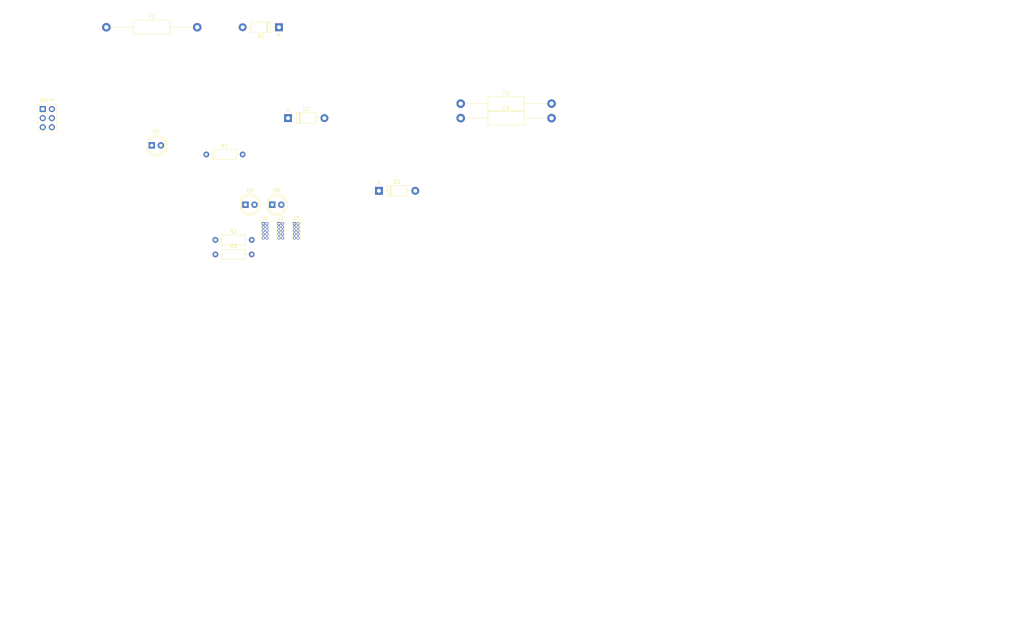
<source format=kicad_pcb>
(kicad_pcb (version 20221018) (generator pcbnew)
  (layers (0 "F.Cu" signal) (31 "B.Cu" signal) (34 "B.Paste" user) (35 "F.Paste" user) (36 "B.SilkS" user "B.Silkscreen") (37 "F.SilkS" user "F.Silkscreen") (38 "B.Mask" user) (39 "F.Mask" user) (44 "Edge.Cuts" user))
  (net 0 "")
  (net 1 "Net-(D1-K)")
  (net 2 "Net-(D1-A)")
  (net 3 "Net-(D2-K)")
  (net 4 "Net-(D2-A)")
  (net 5 "Net-(D3-K)")
  (net 6 "Net-(D3-A)")
  (net 7 "+24V")
  (net 8 "+12V")
  (net 9 "+5V")
  (net 10 "Net-(D4-K)")
  (net 11 "Net-(D5-K)")
  (net 12 "Net-(D6-K)")
  (net 13 "GND")
  (footprint "Resistor_THT:R_Axial_DIN0207_L6.3mm_D2.5mm_P10.16mm_Horizontal" (layer "F.Cu") (at -251.46 71.12)
    (fp_text reference "R3" (at 5.08 -2.37) (layer "F.SilkS"))
    (fp_text value "100")
    (fp_line (start 1.04 0) (end 1.81 0) (stroke (width 0.12)) (layer "F.SilkS"))
    (fp_line (start 1.81 -1.37) (end 1.81 1.37) (stroke (width 0.12)) (layer "F.SilkS"))
    (fp_line (start 1.81 1.37) (end 8.35 1.37) (stroke (width 0.12)) (layer "F.SilkS"))
    (fp_line (start 8.35 -1.37) (end 1.81 -1.37) (stroke (width 0.12)) (layer "F.SilkS"))
    (fp_line (start 8.35 1.37) (end 8.35 -1.37) (stroke (width 0.12)) (layer "F.SilkS"))
    (fp_line (start 9.12 0) (end 8.35 0) (stroke (width 0.12)) (layer "F.SilkS"))
    (pad "1" thru_hole circle (at 0 0) (size 1.6 1.6) (drill 0.8) (layers "*.Cu" "*.Mask") (net 12 "Net-(D6-K)"))
    (pad "2" thru_hole oval (at 10.16 0) (size 1.6 1.6) (drill 0.8) (layers "*.Cu" "*.Mask") (net 13 "GND"))
  )
  (footprint "Resistor_THT:R_Axial_DIN0411_L9.9mm_D3.6mm_P25.40mm_Horizontal" (layer "F.Cu") (at -182.88 28.97)
    (fp_text reference "F2" (at 12.7 -2.92) (layer "F.SilkS"))
    (fp_text value "500 mA")
    (fp_line (start 1.44 0) (end 7.63 0) (stroke (width 0.12)) (layer "F.SilkS"))
    (fp_line (start 7.63 -1.92) (end 7.63 1.92) (stroke (width 0.12)) (layer "F.SilkS"))
    (fp_line (start 7.63 1.92) (end 17.77 1.92) (stroke (width 0.12)) (layer "F.SilkS"))
    (fp_line (start 17.77 -1.92) (end 7.63 -1.92) (stroke (width 0.12)) (layer "F.SilkS"))
    (fp_line (start 17.77 1.92) (end 17.77 -1.92) (stroke (width 0.12)) (layer "F.SilkS"))
    (fp_line (start 23.96 0) (end 17.77 0) (stroke (width 0.12)) (layer "F.SilkS"))
    (pad "1" thru_hole circle (at 0 0) (size 2.4 2.4) (drill 1.2) (layers "*.Cu" "*.Mask") (net 8 "+12V"))
    (pad "2" thru_hole oval (at 25.4 0) (size 2.4 2.4) (drill 1.2) (layers "*.Cu" "*.Mask") (net 4 "Net-(D2-A)"))
  )
  (footprint "Resistor_THT:R_Axial_DIN0411_L9.9mm_D3.6mm_P25.40mm_Horizontal" (layer "F.Cu") (at -182.88 33.02)
    (fp_text reference "F3" (at 12.7 -2.92) (layer "F.SilkS"))
    (fp_text value "500 mA")
    (fp_line (start 1.44 0) (end 7.63 0) (stroke (width 0.12)) (layer "F.SilkS"))
    (fp_line (start 7.63 -1.92) (end 7.63 1.92) (stroke (width 0.12)) (layer "F.SilkS"))
    (fp_line (start 7.63 1.92) (end 17.77 1.92) (stroke (width 0.12)) (layer "F.SilkS"))
    (fp_line (start 17.77 -1.92) (end 7.63 -1.92) (stroke (width 0.12)) (layer "F.SilkS"))
    (fp_line (start 17.77 1.92) (end 17.77 -1.92) (stroke (width 0.12)) (layer "F.SilkS"))
    (fp_line (start 23.96 0) (end 17.77 0) (stroke (width 0.12)) (layer "F.SilkS"))
    (pad "1" thru_hole circle (at 0 0) (size 2.4 2.4) (drill 1.2) (layers "*.Cu" "*.Mask") (net 9 "+5V"))
    (pad "2" thru_hole oval (at 25.4 0) (size 2.4 2.4) (drill 1.2) (layers "*.Cu" "*.Mask") (net 6 "Net-(D3-A)"))
  )
  (footprint "LED_THT:LED_D5.0mm" (layer "F.Cu") (at -243.06 57.22)
    (fp_text reference "D5" (at 1.27 -3.96) (layer "F.SilkS"))
    (fp_text value "LED")
    (fp_line (start -1.29 -1.545) (end -1.29 1.545) (stroke (width 0.12)) (layer "F.SilkS"))
    (fp_arc (start -1.29 -1.54483) (mid 2.072002 -2.880433) (end 4.26 0.000462) (stroke (width 0.12)) (layer "F.SilkS"))
    (fp_arc (start 4.26 -0.000462) (mid 2.072002 2.880433) (end -1.29 1.54483) (stroke (width 0.12)) (layer "F.SilkS"))
    (fp_circle (center 1.27 0) (end 3.77 0) (stroke (width 0.12)) (fill none) (layer "F.SilkS"))
    (pad "1" thru_hole rect (at 0 0) (size 1.8 1.8) (drill 0.9) (layers "*.Cu" "*.Mask") (net 11 "Net-(D5-K)"))
    (pad "2" thru_hole circle (at 2.54 0) (size 1.8 1.8) (drill 0.9) (layers "*.Cu" "*.Mask") (net 3 "Net-(D2-K)"))
  )
  (footprint "Resistor_THT:R_Axial_DIN0207_L6.3mm_D2.5mm_P10.16mm_Horizontal" (layer "F.Cu") (at -251.46 67.07)
    (fp_text reference "R2" (at 5.08 -2.37) (layer "F.SilkS"))
    (fp_text value "450")
    (fp_line (start 1.04 0) (end 1.81 0) (stroke (width 0.12)) (layer "F.SilkS"))
    (fp_line (start 1.81 -1.37) (end 1.81 1.37) (stroke (width 0.12)) (layer "F.SilkS"))
    (fp_line (start 1.81 1.37) (end 8.35 1.37) (stroke (width 0.12)) (layer "F.SilkS"))
    (fp_line (start 8.35 -1.37) (end 1.81 -1.37) (stroke (width 0.12)) (layer "F.SilkS"))
    (fp_line (start 8.35 1.37) (end 8.35 -1.37) (stroke (width 0.12)) (layer "F.SilkS"))
    (fp_line (start 9.12 0) (end 8.35 0) (stroke (width 0.12)) (layer "F.SilkS"))
    (pad "1" thru_hole circle (at 0 0) (size 1.6 1.6) (drill 0.8) (layers "*.Cu" "*.Mask") (net 11 "Net-(D5-K)"))
    (pad "2" thru_hole oval (at 10.16 0) (size 1.6 1.6) (drill 0.8) (layers "*.Cu" "*.Mask") (net 13 "GND"))
  )
  (footprint "Connector_PinHeader_2.54mm:PinHeader_2x03_P2.54mm_Vertical" (layer "F.Cu") (at -299.72 30.48)
    (fp_text reference "REF**" (at 1.27 -2.33) (layer "F.SilkS"))
    (fp_text value "PinHeader_2x03_P2.54mm_Vertical")
    (fp_line (start -1.33 -1.33) (end 0 -1.33) (stroke (width 0.12)) (layer "F.SilkS"))
    (fp_line (start -1.33 0) (end -1.33 -1.33) (stroke (width 0.12)) (layer "F.SilkS"))
    (fp_line (start -1.33 1.27) (end -1.33 6.41) (stroke (width 0.12)) (layer "F.SilkS"))
    (fp_line (start -1.33 1.27) (end 1.27 1.27) (stroke (width 0.12)) (layer "F.SilkS"))
    (fp_line (start -1.33 6.41) (end 3.87 6.41) (stroke (width 0.12)) (layer "F.SilkS"))
    (fp_line (start 1.27 -1.33) (end 3.87 -1.33) (stroke (width 0.12)) (layer "F.SilkS"))
    (fp_line (start 1.27 1.27) (end 1.27 -1.33) (stroke (width 0.12)) (layer "F.SilkS"))
    (fp_line (start 3.87 -1.33) (end 3.87 6.41) (stroke (width 0.12)) (layer "F.SilkS"))
    (pad "1" thru_hole rect (at 0 0) (size 1.7 1.7) (drill 1) (layers "*.Cu" "*.Mask") (net 13 "GND"))
    (pad "2" thru_hole oval (at 2.54 0) (size 1.7 1.7) (drill 1) (layers "*.Cu" "*.Mask") (net 7 "+24V"))
    (pad "3" thru_hole oval (at 0 2.54) (size 1.7 1.7) (drill 1) (layers "*.Cu" "*.Mask"))
    (pad "4" thru_hole oval (at 2.54 2.54) (size 1.7 1.7) (drill 1) (layers "*.Cu" "*.Mask") (net 8 "+12V"))
    (pad "5" thru_hole oval (at 0 5.08) (size 1.7 1.7) (drill 1) (layers "*.Cu" "*.Mask"))
    (pad "6" thru_hole oval (at 2.54 5.08) (size 1.7 1.7) (drill 1) (layers "*.Cu" "*.Mask") (net 9 "+5V"))
  )
  (footprint "Connector_PinHeader_1.00mm:PinHeader_2x05_P1.00mm_Vertical" (layer "F.Cu") (at -233.7 62.52)
    (fp_text reference "J2" (at 0.5 -1.56) (layer "F.SilkS"))
    (fp_text value "12v Power")
    (fp_line (start -0.71 -0.685) (end 0 -0.685) (stroke (width 0.12)) (layer "F.SilkS"))
    (fp_line (start -0.71 0) (end -0.71 -0.685) (stroke (width 0.12)) (layer "F.SilkS"))
    (fp_line (start -0.71 0.685) (end -0.71 4.56) (stroke (width 0.12)) (layer "F.SilkS"))
    (fp_line (start -0.71 0.685) (end -0.608276 0.685) (stroke (width 0.12)) (layer "F.SilkS"))
    (fp_line (start -0.71 4.56) (end -0.394493 4.56) (stroke (width 0.12)) (layer "F.SilkS"))
    (fp_line (start 0.394493 4.56) (end 0.605507 4.56) (stroke (width 0.12)) (layer "F.SilkS"))
    (fp_line (start 1.394493 -0.56) (end 1.71 -0.56) (stroke (width 0.12)) (layer "F.SilkS"))
    (fp_line (start 1.394493 4.56) (end 1.71 4.56) (stroke (width 0.12)) (layer "F.SilkS"))
    (fp_line (start 1.71 -0.56) (end 1.71 4.56) (stroke (width 0.12)) (layer "F.SilkS"))
    (pad "1" thru_hole rect (at 0 0) (size 0.85 0.85) (drill 0.5) (layers "*.Cu" "*.Mask") (net 3 "Net-(D2-K)"))
    (pad "2" thru_hole oval (at 1 0) (size 0.85 0.85) (drill 0.5) (layers "*.Cu" "*.Mask") (net 3 "Net-(D2-K)"))
    (pad "3" thru_hole oval (at 0 1) (size 0.85 0.85) (drill 0.5) (layers "*.Cu" "*.Mask") (net 3 "Net-(D2-K)"))
    (pad "4" thru_hole oval (at 1 1) (size 0.85 0.85) (drill 0.5) (layers "*.Cu" "*.Mask") (net 3 "Net-(D2-K)"))
    (pad "5" thru_hole oval (at 0 2) (size 0.85 0.85) (drill 0.5) (layers "*.Cu" "*.Mask") (net 3 "Net-(D2-K)"))
    (pad "6" thru_hole oval (at 1 2) (size 0.85 0.85) (drill 0.5) (layers "*.Cu" "*.Mask") (net 13 "GND"))
    (pad "7" thru_hole oval (at 0 3) (size 0.85 0.85) (drill 0.5) (layers "*.Cu" "*.Mask") (net 13 "GND"))
    (pad "8" thru_hole oval (at 1 3) (size 0.85 0.85) (drill 0.5) (layers "*.Cu" "*.Mask") (net 13 "GND"))
    (pad "9" thru_hole oval (at 0 4) (size 0.85 0.85) (drill 0.5) (layers "*.Cu" "*.Mask") (net 13 "GND"))
    (pad "10" thru_hole oval (at 1 4) (size 0.85 0.85) (drill 0.5) (layers "*.Cu" "*.Mask") (net 13 "GND"))
  )
  (footprint "Connector_PinHeader_1.00mm:PinHeader_2x05_P1.00mm_Vertical" (layer "F.Cu") (at -229.35 62.52)
    (fp_text reference "J3" (at 0.5 -1.56) (layer "F.SilkS"))
    (fp_text value "5v Power")
    (fp_line (start -0.71 -0.685) (end 0 -0.685) (stroke (width 0.12)) (layer "F.SilkS"))
    (fp_line (start -0.71 0) (end -0.71 -0.685) (stroke (width 0.12)) (layer "F.SilkS"))
    (fp_line (start -0.71 0.685) (end -0.71 4.56) (stroke (width 0.12)) (layer "F.SilkS"))
    (fp_line (start -0.71 0.685) (end -0.608276 0.685) (stroke (width 0.12)) (layer "F.SilkS"))
    (fp_line (start -0.71 4.56) (end -0.394493 4.56) (stroke (width 0.12)) (layer "F.SilkS"))
    (fp_line (start 0.394493 4.56) (end 0.605507 4.56) (stroke (width 0.12)) (layer "F.SilkS"))
    (fp_line (start 1.394493 -0.56) (end 1.71 -0.56) (stroke (width 0.12)) (layer "F.SilkS"))
    (fp_line (start 1.394493 4.56) (end 1.71 4.56) (stroke (width 0.12)) (layer "F.SilkS"))
    (fp_line (start 1.71 -0.56) (end 1.71 4.56) (stroke (width 0.12)) (layer "F.SilkS"))
    (pad "1" thru_hole rect (at 0 0) (size 0.85 0.85) (drill 0.5) (layers "*.Cu" "*.Mask") (net 5 "Net-(D3-K)"))
    (pad "2" thru_hole oval (at 1 0) (size 0.85 0.85) (drill 0.5) (layers "*.Cu" "*.Mask") (net 5 "Net-(D3-K)"))
    (pad "3" thru_hole oval (at 0 1) (size 0.85 0.85) (drill 0.5) (layers "*.Cu" "*.Mask") (net 5 "Net-(D3-K)"))
    (pad "4" thru_hole oval (at 1 1) (size 0.85 0.85) (drill 0.5) (layers "*.Cu" "*.Mask") (net 5 "Net-(D3-K)"))
    (pad "5" thru_hole oval (at 0 2) (size 0.85 0.85) (drill 0.5) (layers "*.Cu" "*.Mask") (net 5 "Net-(D3-K)"))
    (pad "6" thru_hole oval (at 1 2) (size 0.85 0.85) (drill 0.5) (layers "*.Cu" "*.Mask") (net 13 "GND"))
    (pad "7" thru_hole oval (at 0 3) (size 0.85 0.85) (drill 0.5) (layers "*.Cu" "*.Mask") (net 13 "GND"))
    (pad "8" thru_hole oval (at 1 3) (size 0.85 0.85) (drill 0.5) (layers "*.Cu" "*.Mask") (net 13 "GND"))
    (pad "9" thru_hole oval (at 0 4) (size 0.85 0.85) (drill 0.5) (layers "*.Cu" "*.Mask") (net 13 "GND"))
    (pad "10" thru_hole oval (at 1 4) (size 0.85 0.85) (drill 0.5) (layers "*.Cu" "*.Mask") (net 13 "GND"))
  )
  (footprint "Connector_PinHeader_1.00mm:PinHeader_2x05_P1.00mm_Vertical" (layer "F.Cu") (at -238.05 62.52)
    (fp_text reference "J1" (at 0.5 -1.56) (layer "F.SilkS"))
    (fp_text value "24v Power")
    (fp_line (start -0.71 -0.685) (end 0 -0.685) (stroke (width 0.12)) (layer "F.SilkS"))
    (fp_line (start -0.71 0) (end -0.71 -0.685) (stroke (width 0.12)) (layer "F.SilkS"))
    (fp_line (start -0.71 0.685) (end -0.71 4.56) (stroke (width 0.12)) (layer "F.SilkS"))
    (fp_line (start -0.71 0.685) (end -0.608276 0.685) (stroke (width 0.12)) (layer "F.SilkS"))
    (fp_line (start -0.71 4.56) (end -0.394493 4.56) (stroke (width 0.12)) (layer "F.SilkS"))
    (fp_line (start 0.394493 4.56) (end 0.605507 4.56) (stroke (width 0.12)) (layer "F.SilkS"))
    (fp_line (start 1.394493 -0.56) (end 1.71 -0.56) (stroke (width 0.12)) (layer "F.SilkS"))
    (fp_line (start 1.394493 4.56) (end 1.71 4.56) (stroke (width 0.12)) (layer "F.SilkS"))
    (fp_line (start 1.71 -0.56) (end 1.71 4.56) (stroke (width 0.12)) (layer "F.SilkS"))
    (pad "1" thru_hole rect (at 0 0) (size 0.85 0.85) (drill 0.5) (layers "*.Cu" "*.Mask") (net 1 "Net-(D1-K)"))
    (pad "2" thru_hole oval (at 1 0) (size 0.85 0.85) (drill 0.5) (layers "*.Cu" "*.Mask") (net 1 "Net-(D1-K)"))
    (pad "3" thru_hole oval (at 0 1) (size 0.85 0.85) (drill 0.5) (layers "*.Cu" "*.Mask") (net 1 "Net-(D1-K)"))
    (pad "4" thru_hole oval (at 1 1) (size 0.85 0.85) (drill 0.5) (layers "*.Cu" "*.Mask") (net 1 "Net-(D1-K)"))
    (pad "5" thru_hole oval (at 0 2) (size 0.85 0.85) (drill 0.5) (layers "*.Cu" "*.Mask") (net 1 "Net-(D1-K)"))
    (pad "6" thru_hole oval (at 1 2) (size 0.85 0.85) (drill 0.5) (layers "*.Cu" "*.Mask") (net 13 "GND"))
    (pad "7" thru_hole oval (at 0 3) (size 0.85 0.85) (drill 0.5) (layers "*.Cu" "*.Mask") (net 13 "GND"))
    (pad "8" thru_hole oval (at 1 3) (size 0.85 0.85) (drill 0.5) (layers "*.Cu" "*.Mask") (net 13 "GND"))
    (pad "9" thru_hole oval (at 0 4) (size 0.85 0.85) (drill 0.5) (layers "*.Cu" "*.Mask") (net 13 "GND"))
    (pad "10" thru_hole oval (at 1 4) (size 0.85 0.85) (drill 0.5) (layers "*.Cu" "*.Mask") (net 13 "GND"))
  )
  (footprint "Diode_THT:D_DO-41_SOD81_P10.16mm_Horizontal" (layer "F.Cu") (at -231.14 33.02)
    (fp_text reference "D2" (at 5.08 -2.47) (layer "F.SilkS"))
    (fp_text value "1N4007")
    (fp_text user "K" (at 0 -2.1) (layer "F.SilkS"))
    (fp_line (start 1.34 0) (end 2.36 0) (stroke (width 0.12)) (layer "F.SilkS"))
    (fp_line (start 2.36 -1.47) (end 2.36 1.47) (stroke (width 0.12)) (layer "F.SilkS"))
    (fp_line (start 2.36 1.47) (end 7.8 1.47) (stroke (width 0.12)) (layer "F.SilkS"))
    (fp_line (start 3.14 -1.47) (end 3.14 1.47) (stroke (width 0.12)) (layer "F.SilkS"))
    (fp_line (start 3.26 -1.47) (end 3.26 1.47) (stroke (width 0.12)) (layer "F.SilkS"))
    (fp_line (start 3.38 -1.47) (end 3.38 1.47) (stroke (width 0.12)) (layer "F.SilkS"))
    (fp_line (start 7.8 -1.47) (end 2.36 -1.47) (stroke (width 0.12)) (layer "F.SilkS"))
    (fp_line (start 7.8 1.47) (end 7.8 -1.47) (stroke (width 0.12)) (layer "F.SilkS"))
    (fp_line (start 8.82 0) (end 7.8 0) (stroke (width 0.12)) (layer "F.SilkS"))
    (pad "1" thru_hole rect (at 0 0) (size 2.2 2.2) (drill 1.1) (layers "*.Cu" "*.Mask") (net 3 "Net-(D2-K)"))
    (pad "2" thru_hole oval (at 10.16 0) (size 2.2 2.2) (drill 1.1) (layers "*.Cu" "*.Mask") (net 4 "Net-(D2-A)"))
  )
  (footprint "Resistor_THT:R_Axial_DIN0411_L9.9mm_D3.6mm_P25.40mm_Horizontal" (layer "F.Cu") (at -281.94 7.62)
    (fp_text reference "F1" (at 12.7 -2.92) (layer "F.SilkS"))
    (fp_text value "500 mA")
    (fp_line (start 1.44 0) (end 7.63 0) (stroke (width 0.12)) (layer "F.SilkS"))
    (fp_line (start 7.63 -1.92) (end 7.63 1.92) (stroke (width 0.12)) (layer "F.SilkS"))
    (fp_line (start 7.63 1.92) (end 17.77 1.92) (stroke (width 0.12)) (layer "F.SilkS"))
    (fp_line (start 17.77 -1.92) (end 7.63 -1.92) (stroke (width 0.12)) (layer "F.SilkS"))
    (fp_line (start 17.77 1.92) (end 17.77 -1.92) (stroke (width 0.12)) (layer "F.SilkS"))
    (fp_line (start 23.96 0) (end 17.77 0) (stroke (width 0.12)) (layer "F.SilkS"))
    (pad "1" thru_hole circle (at 0 0) (size 2.4 2.4) (drill 1.2) (layers "*.Cu" "*.Mask") (net 7 "+24V"))
    (pad "2" thru_hole oval (at 25.4 0) (size 2.4 2.4) (drill 1.2) (layers "*.Cu" "*.Mask") (net 2 "Net-(D1-A)"))
  )
  (footprint "Diode_THT:D_DO-41_SOD81_P10.16mm_Horizontal" (layer "F.Cu") (at -205.74 53.34)
    (fp_text reference "D3" (at 5.08 -2.47) (layer "F.SilkS"))
    (fp_text value "1N4007")
    (fp_text user "K" (at 0 -2.1) (layer "F.SilkS"))
    (fp_line (start 1.34 0) (end 2.36 0) (stroke (width 0.12)) (layer "F.SilkS"))
    (fp_line (start 2.36 -1.47) (end 2.36 1.47) (stroke (width 0.12)) (layer "F.SilkS"))
    (fp_line (start 2.36 1.47) (end 7.8 1.47) (stroke (width 0.12)) (layer "F.SilkS"))
    (fp_line (start 3.14 -1.47) (end 3.14 1.47) (stroke (width 0.12)) (layer "F.SilkS"))
    (fp_line (start 3.26 -1.47) (end 3.26 1.47) (stroke (width 0.12)) (layer "F.SilkS"))
    (fp_line (start 3.38 -1.47) (end 3.38 1.47) (stroke (width 0.12)) (layer "F.SilkS"))
    (fp_line (start 7.8 -1.47) (end 2.36 -1.47) (stroke (width 0.12)) (layer "F.SilkS"))
    (fp_line (start 7.8 1.47) (end 7.8 -1.47) (stroke (width 0.12)) (layer "F.SilkS"))
    (fp_line (start 8.82 0) (end 7.8 0) (stroke (width 0.12)) (layer "F.SilkS"))
    (pad "1" thru_hole rect (at 0 0) (size 2.2 2.2) (drill 1.1) (layers "*.Cu" "*.Mask") (net 5 "Net-(D3-K)"))
    (pad "2" thru_hole oval (at 10.16 0) (size 2.2 2.2) (drill 1.1) (layers "*.Cu" "*.Mask") (net 6 "Net-(D3-A)"))
  )
  (footprint "Diode_THT:D_DO-41_SOD81_P10.16mm_Horizontal" (layer "F.Cu") (at -233.68 7.62 180)
    (fp_text reference "D1" (at 5.08 -2.47) (layer "F.SilkS"))
    (fp_text value "1N4007")
    (fp_text user "K" (at 0 -2.1) (layer "F.SilkS"))
    (fp_line (start 1.34 0) (end 2.36 0) (stroke (width 0.12)) (layer "F.SilkS"))
    (fp_line (start 2.36 -1.47) (end 2.36 1.47) (stroke (width 0.12)) (layer "F.SilkS"))
    (fp_line (start 2.36 1.47) (end 7.8 1.47) (stroke (width 0.12)) (layer "F.SilkS"))
    (fp_line (start 3.14 -1.47) (end 3.14 1.47) (stroke (width 0.12)) (layer "F.SilkS"))
    (fp_line (start 3.26 -1.47) (end 3.26 1.47) (stroke (width 0.12)) (layer "F.SilkS"))
    (fp_line (start 3.38 -1.47) (end 3.38 1.47) (stroke (width 0.12)) (layer "F.SilkS"))
    (fp_line (start 7.8 -1.47) (end 2.36 -1.47) (stroke (width 0.12)) (layer "F.SilkS"))
    (fp_line (start 7.8 1.47) (end 7.8 -1.47) (stroke (width 0.12)) (layer "F.SilkS"))
    (fp_line (start 8.82 0) (end 7.8 0) (stroke (width 0.12)) (layer "F.SilkS"))
    (pad "1" thru_hole rect (at 0 0 180) (size 2.2 2.2) (drill 1.1) (layers "*.Cu" "*.Mask") (net 1 "Net-(D1-K)"))
    (pad "2" thru_hole oval (at 10.16 0 180) (size 2.2 2.2) (drill 1.1) (layers "*.Cu" "*.Mask") (net 2 "Net-(D1-A)"))
  )
  (footprint "LED_THT:LED_D5.0mm" (layer "F.Cu") (at -235.56 57.22)
    (fp_text reference "D6" (at 1.27 -3.96) (layer "F.SilkS"))
    (fp_text value "LED")
    (fp_line (start -1.29 -1.545) (end -1.29 1.545) (stroke (width 0.12)) (layer "F.SilkS"))
    (fp_arc (start -1.29 -1.54483) (mid 2.072002 -2.880433) (end 4.26 0.000462) (stroke (width 0.12)) (layer "F.SilkS"))
    (fp_arc (start 4.26 -0.000462) (mid 2.072002 2.880433) (end -1.29 1.54483) (stroke (width 0.12)) (layer "F.SilkS"))
    (fp_circle (center 1.27 0) (end 3.77 0) (stroke (width 0.12)) (fill none) (layer "F.SilkS"))
    (pad "1" thru_hole rect (at 0 0) (size 1.8 1.8) (drill 0.9) (layers "*.Cu" "*.Mask") (net 12 "Net-(D6-K)"))
    (pad "2" thru_hole circle (at 2.54 0) (size 1.8 1.8) (drill 0.9) (layers "*.Cu" "*.Mask") (net 5 "Net-(D3-K)"))
  )
  (footprint "LED_THT:LED_D5.0mm" (layer "F.Cu") (at -269.24 40.64)
    (fp_text reference "D4" (at 1.27 -3.96) (layer "F.SilkS"))
    (fp_text value "LED")
    (fp_line (start -1.29 -1.545) (end -1.29 1.545) (stroke (width 0.12)) (layer "F.SilkS"))
    (fp_arc (start -1.29 -1.54483) (mid 2.072002 -2.880433) (end 4.26 0.000462) (stroke (width 0.12)) (layer "F.SilkS"))
    (fp_arc (start 4.26 -0.000462) (mid 2.072002 2.880433) (end -1.29 1.54483) (stroke (width 0.12)) (layer "F.SilkS"))
    (fp_circle (center 1.27 0) (end 3.77 0) (stroke (width 0.12)) (fill none) (layer "F.SilkS"))
    (pad "1" thru_hole rect (at 0 0) (size 1.8 1.8) (drill 0.9) (layers "*.Cu" "*.Mask") (net 10 "Net-(D4-K)"))
    (pad "2" thru_hole circle (at 2.54 0) (size 1.8 1.8) (drill 0.9) (layers "*.Cu" "*.Mask") (net 1 "Net-(D1-K)"))
  )
  (footprint "Resistor_THT:R_Axial_DIN0207_L6.3mm_D2.5mm_P10.16mm_Horizontal" (layer "F.Cu") (at -254 43.18)
    (fp_text reference "R1" (at 5.08 -2.37) (layer "F.SilkS"))
    (fp_text value "1050")
    (fp_line (start 1.04 0) (end 1.81 0) (stroke (width 0.12)) (layer "F.SilkS"))
    (fp_line (start 1.81 -1.37) (end 1.81 1.37) (stroke (width 0.12)) (layer "F.SilkS"))
    (fp_line (start 1.81 1.37) (end 8.35 1.37) (stroke (width 0.12)) (layer "F.SilkS"))
    (fp_line (start 8.35 -1.37) (end 1.81 -1.37) (stroke (width 0.12)) (layer "F.SilkS"))
    (fp_line (start 8.35 1.37) (end 8.35 -1.37) (stroke (width 0.12)) (layer "F.SilkS"))
    (fp_line (start 9.12 0) (end 8.35 0) (stroke (width 0.12)) (layer "F.SilkS"))
    (pad "1" thru_hole circle (at 0 0) (size 1.6 1.6) (drill 0.8) (layers "*.Cu" "*.Mask") (net 10 "Net-(D4-K)"))
    (pad "2" thru_hole oval (at 10.16 0) (size 1.6 1.6) (drill 0.8) (layers "*.Cu" "*.Mask") (net 13 "GND"))
  )
)
</source>
